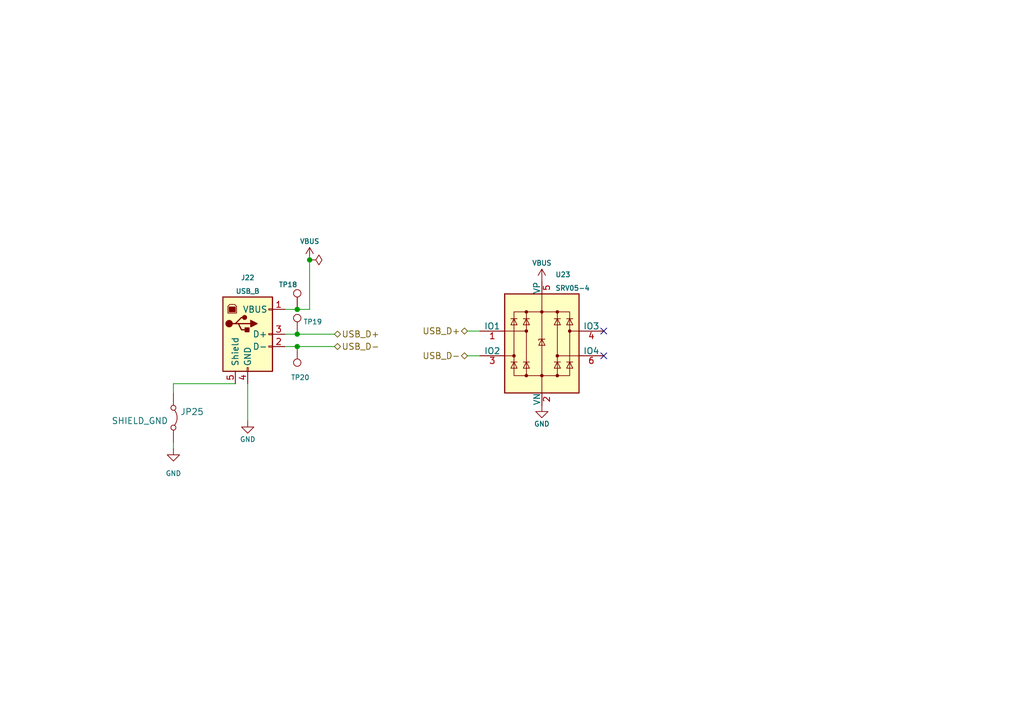
<source format=kicad_sch>
(kicad_sch
	(version 20231120)
	(generator "eeschema")
	(generator_version "8.0")
	(uuid "845f389f-ac5c-4af4-aa4f-3b1355707a5f")
	(paper "A5")
	(title_block
		(title "LumenPnP Motherboard")
		(date "2023-07-30")
		(rev "005")
		(company "Opulo")
		(comment 1 "USB")
	)
	(lib_symbols
		(symbol "Connector:TestPoint"
			(pin_numbers hide)
			(pin_names
				(offset 0.762) hide)
			(exclude_from_sim no)
			(in_bom yes)
			(on_board yes)
			(property "Reference" "TP"
				(at 0 6.858 0)
				(effects
					(font
						(size 1.27 1.27)
					)
				)
			)
			(property "Value" "TestPoint"
				(at 0 5.08 0)
				(effects
					(font
						(size 1.27 1.27)
					)
				)
			)
			(property "Footprint" ""
				(at 5.08 0 0)
				(effects
					(font
						(size 1.27 1.27)
					)
					(hide yes)
				)
			)
			(property "Datasheet" "~"
				(at 5.08 0 0)
				(effects
					(font
						(size 1.27 1.27)
					)
					(hide yes)
				)
			)
			(property "Description" "test point"
				(at 0 0 0)
				(effects
					(font
						(size 1.27 1.27)
					)
					(hide yes)
				)
			)
			(property "ki_keywords" "test point tp"
				(at 0 0 0)
				(effects
					(font
						(size 1.27 1.27)
					)
					(hide yes)
				)
			)
			(property "ki_fp_filters" "Pin* Test*"
				(at 0 0 0)
				(effects
					(font
						(size 1.27 1.27)
					)
					(hide yes)
				)
			)
			(symbol "TestPoint_0_1"
				(circle
					(center 0 3.302)
					(radius 0.762)
					(stroke
						(width 0)
						(type default)
					)
					(fill
						(type none)
					)
				)
			)
			(symbol "TestPoint_1_1"
				(pin passive line
					(at 0 0 90)
					(length 2.54)
					(name "1"
						(effects
							(font
								(size 1.27 1.27)
							)
						)
					)
					(number "1"
						(effects
							(font
								(size 1.27 1.27)
							)
						)
					)
				)
			)
		)
		(symbol "Connector:USB_B"
			(pin_names
				(offset 1.016)
			)
			(exclude_from_sim no)
			(in_bom yes)
			(on_board yes)
			(property "Reference" "J"
				(at -5.08 11.43 0)
				(effects
					(font
						(size 1.27 1.27)
					)
					(justify left)
				)
			)
			(property "Value" "USB_B"
				(at -5.08 8.89 0)
				(effects
					(font
						(size 1.27 1.27)
					)
					(justify left)
				)
			)
			(property "Footprint" ""
				(at 3.81 -1.27 0)
				(effects
					(font
						(size 1.27 1.27)
					)
					(hide yes)
				)
			)
			(property "Datasheet" " ~"
				(at 3.81 -1.27 0)
				(effects
					(font
						(size 1.27 1.27)
					)
					(hide yes)
				)
			)
			(property "Description" "USB Type B connector"
				(at 0 0 0)
				(effects
					(font
						(size 1.27 1.27)
					)
					(hide yes)
				)
			)
			(property "ki_keywords" "connector USB"
				(at 0 0 0)
				(effects
					(font
						(size 1.27 1.27)
					)
					(hide yes)
				)
			)
			(property "ki_fp_filters" "USB*"
				(at 0 0 0)
				(effects
					(font
						(size 1.27 1.27)
					)
					(hide yes)
				)
			)
			(symbol "USB_B_0_1"
				(rectangle
					(start -5.08 -7.62)
					(end 5.08 7.62)
					(stroke
						(width 0.254)
						(type default)
					)
					(fill
						(type background)
					)
				)
				(circle
					(center -3.81 2.159)
					(radius 0.635)
					(stroke
						(width 0.254)
						(type default)
					)
					(fill
						(type outline)
					)
				)
				(rectangle
					(start -3.81 5.588)
					(end -2.54 4.572)
					(stroke
						(width 0)
						(type default)
					)
					(fill
						(type outline)
					)
				)
				(circle
					(center -0.635 3.429)
					(radius 0.381)
					(stroke
						(width 0.254)
						(type default)
					)
					(fill
						(type outline)
					)
				)
				(rectangle
					(start -0.127 -7.62)
					(end 0.127 -6.858)
					(stroke
						(width 0)
						(type default)
					)
					(fill
						(type none)
					)
				)
				(polyline
					(pts
						(xy -1.905 2.159) (xy 0.635 2.159)
					)
					(stroke
						(width 0.254)
						(type default)
					)
					(fill
						(type none)
					)
				)
				(polyline
					(pts
						(xy -3.175 2.159) (xy -2.54 2.159) (xy -1.27 3.429) (xy -0.635 3.429)
					)
					(stroke
						(width 0.254)
						(type default)
					)
					(fill
						(type none)
					)
				)
				(polyline
					(pts
						(xy -2.54 2.159) (xy -1.905 2.159) (xy -1.27 0.889) (xy 0 0.889)
					)
					(stroke
						(width 0.254)
						(type default)
					)
					(fill
						(type none)
					)
				)
				(polyline
					(pts
						(xy 0.635 2.794) (xy 0.635 1.524) (xy 1.905 2.159) (xy 0.635 2.794)
					)
					(stroke
						(width 0.254)
						(type default)
					)
					(fill
						(type outline)
					)
				)
				(polyline
					(pts
						(xy -4.064 4.318) (xy -2.286 4.318) (xy -2.286 5.715) (xy -2.667 6.096) (xy -3.683 6.096) (xy -4.064 5.715)
						(xy -4.064 4.318)
					)
					(stroke
						(width 0)
						(type default)
					)
					(fill
						(type none)
					)
				)
				(rectangle
					(start 0.254 1.27)
					(end -0.508 0.508)
					(stroke
						(width 0.254)
						(type default)
					)
					(fill
						(type outline)
					)
				)
				(rectangle
					(start 5.08 -2.667)
					(end 4.318 -2.413)
					(stroke
						(width 0)
						(type default)
					)
					(fill
						(type none)
					)
				)
				(rectangle
					(start 5.08 -0.127)
					(end 4.318 0.127)
					(stroke
						(width 0)
						(type default)
					)
					(fill
						(type none)
					)
				)
				(rectangle
					(start 5.08 4.953)
					(end 4.318 5.207)
					(stroke
						(width 0)
						(type default)
					)
					(fill
						(type none)
					)
				)
			)
			(symbol "USB_B_1_1"
				(pin power_out line
					(at 7.62 5.08 180)
					(length 2.54)
					(name "VBUS"
						(effects
							(font
								(size 1.27 1.27)
							)
						)
					)
					(number "1"
						(effects
							(font
								(size 1.27 1.27)
							)
						)
					)
				)
				(pin bidirectional line
					(at 7.62 -2.54 180)
					(length 2.54)
					(name "D-"
						(effects
							(font
								(size 1.27 1.27)
							)
						)
					)
					(number "2"
						(effects
							(font
								(size 1.27 1.27)
							)
						)
					)
				)
				(pin bidirectional line
					(at 7.62 0 180)
					(length 2.54)
					(name "D+"
						(effects
							(font
								(size 1.27 1.27)
							)
						)
					)
					(number "3"
						(effects
							(font
								(size 1.27 1.27)
							)
						)
					)
				)
				(pin power_out line
					(at 0 -10.16 90)
					(length 2.54)
					(name "GND"
						(effects
							(font
								(size 1.27 1.27)
							)
						)
					)
					(number "4"
						(effects
							(font
								(size 1.27 1.27)
							)
						)
					)
				)
				(pin passive line
					(at -2.54 -10.16 90)
					(length 2.54)
					(name "Shield"
						(effects
							(font
								(size 1.27 1.27)
							)
						)
					)
					(number "5"
						(effects
							(font
								(size 1.27 1.27)
							)
						)
					)
				)
			)
		)
		(symbol "Jumper:Jumper_2_Bridged"
			(pin_numbers hide)
			(pin_names
				(offset 0) hide)
			(exclude_from_sim yes)
			(in_bom yes)
			(on_board yes)
			(property "Reference" "JP"
				(at 0 1.905 0)
				(effects
					(font
						(size 1.27 1.27)
					)
				)
			)
			(property "Value" "Jumper_2_Bridged"
				(at 0 -2.54 0)
				(effects
					(font
						(size 1.27 1.27)
					)
				)
			)
			(property "Footprint" ""
				(at 0 0 0)
				(effects
					(font
						(size 1.27 1.27)
					)
					(hide yes)
				)
			)
			(property "Datasheet" "~"
				(at 0 0 0)
				(effects
					(font
						(size 1.27 1.27)
					)
					(hide yes)
				)
			)
			(property "Description" "Jumper, 2-pole, closed/bridged"
				(at 0 0 0)
				(effects
					(font
						(size 1.27 1.27)
					)
					(hide yes)
				)
			)
			(property "ki_keywords" "Jumper SPST"
				(at 0 0 0)
				(effects
					(font
						(size 1.27 1.27)
					)
					(hide yes)
				)
			)
			(property "ki_fp_filters" "Jumper* TestPoint*2Pads* TestPoint*Bridge*"
				(at 0 0 0)
				(effects
					(font
						(size 1.27 1.27)
					)
					(hide yes)
				)
			)
			(symbol "Jumper_2_Bridged_0_0"
				(circle
					(center -2.032 0)
					(radius 0.508)
					(stroke
						(width 0)
						(type default)
					)
					(fill
						(type none)
					)
				)
				(circle
					(center 2.032 0)
					(radius 0.508)
					(stroke
						(width 0)
						(type default)
					)
					(fill
						(type none)
					)
				)
			)
			(symbol "Jumper_2_Bridged_0_1"
				(arc
					(start 1.524 0.254)
					(mid 0 0.762)
					(end -1.524 0.254)
					(stroke
						(width 0)
						(type default)
					)
					(fill
						(type none)
					)
				)
			)
			(symbol "Jumper_2_Bridged_1_1"
				(pin passive line
					(at -5.08 0 0)
					(length 2.54)
					(name "A"
						(effects
							(font
								(size 1.27 1.27)
							)
						)
					)
					(number "1"
						(effects
							(font
								(size 1.27 1.27)
							)
						)
					)
				)
				(pin passive line
					(at 5.08 0 180)
					(length 2.54)
					(name "B"
						(effects
							(font
								(size 1.27 1.27)
							)
						)
					)
					(number "2"
						(effects
							(font
								(size 1.27 1.27)
							)
						)
					)
				)
			)
		)
		(symbol "Power_Protection:SRV05-4"
			(pin_names
				(offset 0)
			)
			(exclude_from_sim no)
			(in_bom yes)
			(on_board yes)
			(property "Reference" "U"
				(at -5.08 11.43 0)
				(effects
					(font
						(size 1.27 1.27)
					)
					(justify right)
				)
			)
			(property "Value" "SRV05-4"
				(at 2.54 11.43 0)
				(effects
					(font
						(size 1.27 1.27)
					)
					(justify left)
				)
			)
			(property "Footprint" "Package_TO_SOT_SMD:SOT-23-6"
				(at 17.78 -11.43 0)
				(effects
					(font
						(size 1.27 1.27)
					)
					(hide yes)
				)
			)
			(property "Datasheet" "http://www.onsemi.com/pub/Collateral/SRV05-4-D.PDF"
				(at 0 0 0)
				(effects
					(font
						(size 1.27 1.27)
					)
					(hide yes)
				)
			)
			(property "Description" "ESD Protection Diodes with Low Clamping Voltage, SOT-23-6"
				(at 0 0 0)
				(effects
					(font
						(size 1.27 1.27)
					)
					(hide yes)
				)
			)
			(property "ki_keywords" "ESD protection diodes"
				(at 0 0 0)
				(effects
					(font
						(size 1.27 1.27)
					)
					(hide yes)
				)
			)
			(property "ki_fp_filters" "SOT?23*"
				(at 0 0 0)
				(effects
					(font
						(size 1.27 1.27)
					)
					(hide yes)
				)
			)
			(symbol "SRV05-4_0_0"
				(rectangle
					(start -5.715 6.477)
					(end 5.715 -6.604)
					(stroke
						(width 0)
						(type default)
					)
					(fill
						(type none)
					)
				)
				(polyline
					(pts
						(xy -3.175 -6.604) (xy -3.175 6.477)
					)
					(stroke
						(width 0)
						(type default)
					)
					(fill
						(type none)
					)
				)
				(polyline
					(pts
						(xy 3.175 6.477) (xy 3.175 -6.604)
					)
					(stroke
						(width 0)
						(type default)
					)
					(fill
						(type none)
					)
				)
			)
			(symbol "SRV05-4_0_1"
				(rectangle
					(start -7.62 10.16)
					(end 7.62 -10.16)
					(stroke
						(width 0.254)
						(type default)
					)
					(fill
						(type background)
					)
				)
				(circle
					(center -5.715 -2.54)
					(radius 0.2794)
					(stroke
						(width 0)
						(type default)
					)
					(fill
						(type outline)
					)
				)
				(circle
					(center -3.175 -6.604)
					(radius 0.2794)
					(stroke
						(width 0)
						(type default)
					)
					(fill
						(type outline)
					)
				)
				(circle
					(center -3.175 2.54)
					(radius 0.2794)
					(stroke
						(width 0)
						(type default)
					)
					(fill
						(type outline)
					)
				)
				(circle
					(center -3.175 6.477)
					(radius 0.2794)
					(stroke
						(width 0)
						(type default)
					)
					(fill
						(type outline)
					)
				)
				(circle
					(center 0 -6.604)
					(radius 0.2794)
					(stroke
						(width 0)
						(type default)
					)
					(fill
						(type outline)
					)
				)
				(polyline
					(pts
						(xy -7.747 2.54) (xy -3.175 2.54)
					)
					(stroke
						(width 0)
						(type default)
					)
					(fill
						(type none)
					)
				)
				(polyline
					(pts
						(xy -7.62 -2.54) (xy -5.715 -2.54)
					)
					(stroke
						(width 0)
						(type default)
					)
					(fill
						(type none)
					)
				)
				(polyline
					(pts
						(xy -5.08 -3.81) (xy -6.35 -3.81)
					)
					(stroke
						(width 0)
						(type default)
					)
					(fill
						(type none)
					)
				)
				(polyline
					(pts
						(xy -5.08 5.08) (xy -6.35 5.08)
					)
					(stroke
						(width 0)
						(type default)
					)
					(fill
						(type none)
					)
				)
				(polyline
					(pts
						(xy -2.54 -3.81) (xy -3.81 -3.81)
					)
					(stroke
						(width 0)
						(type default)
					)
					(fill
						(type none)
					)
				)
				(polyline
					(pts
						(xy -2.54 5.08) (xy -3.81 5.08)
					)
					(stroke
						(width 0)
						(type default)
					)
					(fill
						(type none)
					)
				)
				(polyline
					(pts
						(xy 0 10.16) (xy 0 -10.16)
					)
					(stroke
						(width 0)
						(type default)
					)
					(fill
						(type none)
					)
				)
				(polyline
					(pts
						(xy 3.81 -3.81) (xy 2.54 -3.81)
					)
					(stroke
						(width 0)
						(type default)
					)
					(fill
						(type none)
					)
				)
				(polyline
					(pts
						(xy 3.81 5.08) (xy 2.54 5.08)
					)
					(stroke
						(width 0)
						(type default)
					)
					(fill
						(type none)
					)
				)
				(polyline
					(pts
						(xy 6.35 -3.81) (xy 5.08 -3.81)
					)
					(stroke
						(width 0)
						(type default)
					)
					(fill
						(type none)
					)
				)
				(polyline
					(pts
						(xy 6.35 5.08) (xy 5.08 5.08)
					)
					(stroke
						(width 0)
						(type default)
					)
					(fill
						(type none)
					)
				)
				(polyline
					(pts
						(xy 7.62 -2.54) (xy 3.175 -2.54)
					)
					(stroke
						(width 0)
						(type default)
					)
					(fill
						(type none)
					)
				)
				(polyline
					(pts
						(xy 7.62 2.54) (xy 5.715 2.54)
					)
					(stroke
						(width 0)
						(type default)
					)
					(fill
						(type none)
					)
				)
				(polyline
					(pts
						(xy 0.635 0.889) (xy -0.635 0.889) (xy -0.635 0.635)
					)
					(stroke
						(width 0)
						(type default)
					)
					(fill
						(type none)
					)
				)
				(polyline
					(pts
						(xy -5.08 -5.08) (xy -6.35 -5.08) (xy -5.715 -3.81) (xy -5.08 -5.08)
					)
					(stroke
						(width 0)
						(type default)
					)
					(fill
						(type none)
					)
				)
				(polyline
					(pts
						(xy -5.08 3.81) (xy -6.35 3.81) (xy -5.715 5.08) (xy -5.08 3.81)
					)
					(stroke
						(width 0)
						(type default)
					)
					(fill
						(type none)
					)
				)
				(polyline
					(pts
						(xy -2.54 -5.08) (xy -3.81 -5.08) (xy -3.175 -3.81) (xy -2.54 -5.08)
					)
					(stroke
						(width 0)
						(type default)
					)
					(fill
						(type none)
					)
				)
				(polyline
					(pts
						(xy -2.54 3.81) (xy -3.81 3.81) (xy -3.175 5.08) (xy -2.54 3.81)
					)
					(stroke
						(width 0)
						(type default)
					)
					(fill
						(type none)
					)
				)
				(polyline
					(pts
						(xy 0.635 -0.381) (xy -0.635 -0.381) (xy 0 0.889) (xy 0.635 -0.381)
					)
					(stroke
						(width 0)
						(type default)
					)
					(fill
						(type none)
					)
				)
				(polyline
					(pts
						(xy 3.81 -5.08) (xy 2.54 -5.08) (xy 3.175 -3.81) (xy 3.81 -5.08)
					)
					(stroke
						(width 0)
						(type default)
					)
					(fill
						(type none)
					)
				)
				(polyline
					(pts
						(xy 3.81 3.81) (xy 2.54 3.81) (xy 3.175 5.08) (xy 3.81 3.81)
					)
					(stroke
						(width 0)
						(type default)
					)
					(fill
						(type none)
					)
				)
				(polyline
					(pts
						(xy 6.35 -5.08) (xy 5.08 -5.08) (xy 5.715 -3.81) (xy 6.35 -5.08)
					)
					(stroke
						(width 0)
						(type default)
					)
					(fill
						(type none)
					)
				)
				(polyline
					(pts
						(xy 6.35 3.81) (xy 5.08 3.81) (xy 5.715 5.08) (xy 6.35 3.81)
					)
					(stroke
						(width 0)
						(type default)
					)
					(fill
						(type none)
					)
				)
				(circle
					(center 0 6.477)
					(radius 0.2794)
					(stroke
						(width 0)
						(type default)
					)
					(fill
						(type outline)
					)
				)
				(circle
					(center 3.175 -6.604)
					(radius 0.2794)
					(stroke
						(width 0)
						(type default)
					)
					(fill
						(type outline)
					)
				)
				(circle
					(center 3.175 -2.54)
					(radius 0.2794)
					(stroke
						(width 0)
						(type default)
					)
					(fill
						(type outline)
					)
				)
				(circle
					(center 3.175 6.477)
					(radius 0.2794)
					(stroke
						(width 0)
						(type default)
					)
					(fill
						(type outline)
					)
				)
				(circle
					(center 5.715 2.54)
					(radius 0.2794)
					(stroke
						(width 0)
						(type default)
					)
					(fill
						(type outline)
					)
				)
			)
			(symbol "SRV05-4_1_1"
				(pin passive line
					(at -12.7 2.54 0)
					(length 5.08)
					(name "IO1"
						(effects
							(font
								(size 1.27 1.27)
							)
						)
					)
					(number "1"
						(effects
							(font
								(size 1.27 1.27)
							)
						)
					)
				)
				(pin passive line
					(at 0 -12.7 90)
					(length 2.54)
					(name "VN"
						(effects
							(font
								(size 1.27 1.27)
							)
						)
					)
					(number "2"
						(effects
							(font
								(size 1.27 1.27)
							)
						)
					)
				)
				(pin passive line
					(at -12.7 -2.54 0)
					(length 5.08)
					(name "IO2"
						(effects
							(font
								(size 1.27 1.27)
							)
						)
					)
					(number "3"
						(effects
							(font
								(size 1.27 1.27)
							)
						)
					)
				)
				(pin passive line
					(at 12.7 2.54 180)
					(length 5.08)
					(name "IO3"
						(effects
							(font
								(size 1.27 1.27)
							)
						)
					)
					(number "4"
						(effects
							(font
								(size 1.27 1.27)
							)
						)
					)
				)
				(pin passive line
					(at 0 12.7 270)
					(length 2.54)
					(name "VP"
						(effects
							(font
								(size 1.27 1.27)
							)
						)
					)
					(number "5"
						(effects
							(font
								(size 1.27 1.27)
							)
						)
					)
				)
				(pin passive line
					(at 12.7 -2.54 180)
					(length 5.08)
					(name "IO4"
						(effects
							(font
								(size 1.27 1.27)
							)
						)
					)
					(number "6"
						(effects
							(font
								(size 1.27 1.27)
							)
						)
					)
				)
			)
		)
		(symbol "power:GND"
			(power)
			(pin_numbers hide)
			(pin_names
				(offset 0) hide)
			(exclude_from_sim no)
			(in_bom yes)
			(on_board yes)
			(property "Reference" "#PWR"
				(at 0 -6.35 0)
				(effects
					(font
						(size 1.27 1.27)
					)
					(hide yes)
				)
			)
			(property "Value" "GND"
				(at 0 -3.81 0)
				(effects
					(font
						(size 1.27 1.27)
					)
				)
			)
			(property "Footprint" ""
				(at 0 0 0)
				(effects
					(font
						(size 1.27 1.27)
					)
					(hide yes)
				)
			)
			(property "Datasheet" ""
				(at 0 0 0)
				(effects
					(font
						(size 1.27 1.27)
					)
					(hide yes)
				)
			)
			(property "Description" "Power symbol creates a global label with name \"GND\" , ground"
				(at 0 0 0)
				(effects
					(font
						(size 1.27 1.27)
					)
					(hide yes)
				)
			)
			(property "ki_keywords" "global power"
				(at 0 0 0)
				(effects
					(font
						(size 1.27 1.27)
					)
					(hide yes)
				)
			)
			(symbol "GND_0_1"
				(polyline
					(pts
						(xy 0 0) (xy 0 -1.27) (xy 1.27 -1.27) (xy 0 -2.54) (xy -1.27 -1.27) (xy 0 -1.27)
					)
					(stroke
						(width 0)
						(type default)
					)
					(fill
						(type none)
					)
				)
			)
			(symbol "GND_1_1"
				(pin power_in line
					(at 0 0 270)
					(length 0)
					(name "~"
						(effects
							(font
								(size 1.27 1.27)
							)
						)
					)
					(number "1"
						(effects
							(font
								(size 1.27 1.27)
							)
						)
					)
				)
			)
		)
		(symbol "power:PWR_FLAG"
			(power)
			(pin_numbers hide)
			(pin_names
				(offset 0) hide)
			(exclude_from_sim no)
			(in_bom yes)
			(on_board yes)
			(property "Reference" "#FLG"
				(at 0 1.905 0)
				(effects
					(font
						(size 1.27 1.27)
					)
					(hide yes)
				)
			)
			(property "Value" "PWR_FLAG"
				(at 0 3.81 0)
				(effects
					(font
						(size 1.27 1.27)
					)
				)
			)
			(property "Footprint" ""
				(at 0 0 0)
				(effects
					(font
						(size 1.27 1.27)
					)
					(hide yes)
				)
			)
			(property "Datasheet" "~"
				(at 0 0 0)
				(effects
					(font
						(size 1.27 1.27)
					)
					(hide yes)
				)
			)
			(property "Description" "Special symbol for telling ERC where power comes from"
				(at 0 0 0)
				(effects
					(font
						(size 1.27 1.27)
					)
					(hide yes)
				)
			)
			(property "ki_keywords" "flag power"
				(at 0 0 0)
				(effects
					(font
						(size 1.27 1.27)
					)
					(hide yes)
				)
			)
			(symbol "PWR_FLAG_0_0"
				(pin power_out line
					(at 0 0 90)
					(length 0)
					(name "~"
						(effects
							(font
								(size 1.27 1.27)
							)
						)
					)
					(number "1"
						(effects
							(font
								(size 1.27 1.27)
							)
						)
					)
				)
			)
			(symbol "PWR_FLAG_0_1"
				(polyline
					(pts
						(xy 0 0) (xy 0 1.27) (xy -1.016 1.905) (xy 0 2.54) (xy 1.016 1.905) (xy 0 1.27)
					)
					(stroke
						(width 0)
						(type default)
					)
					(fill
						(type none)
					)
				)
			)
		)
		(symbol "power:VBUS"
			(power)
			(pin_numbers hide)
			(pin_names
				(offset 0) hide)
			(exclude_from_sim no)
			(in_bom yes)
			(on_board yes)
			(property "Reference" "#PWR"
				(at 0 -3.81 0)
				(effects
					(font
						(size 1.27 1.27)
					)
					(hide yes)
				)
			)
			(property "Value" "VBUS"
				(at 0 3.556 0)
				(effects
					(font
						(size 1.27 1.27)
					)
				)
			)
			(property "Footprint" ""
				(at 0 0 0)
				(effects
					(font
						(size 1.27 1.27)
					)
					(hide yes)
				)
			)
			(property "Datasheet" ""
				(at 0 0 0)
				(effects
					(font
						(size 1.27 1.27)
					)
					(hide yes)
				)
			)
			(property "Description" "Power symbol creates a global label with name \"VBUS\""
				(at 0 0 0)
				(effects
					(font
						(size 1.27 1.27)
					)
					(hide yes)
				)
			)
			(property "ki_keywords" "global power"
				(at 0 0 0)
				(effects
					(font
						(size 1.27 1.27)
					)
					(hide yes)
				)
			)
			(symbol "VBUS_0_1"
				(polyline
					(pts
						(xy -0.762 1.27) (xy 0 2.54)
					)
					(stroke
						(width 0)
						(type default)
					)
					(fill
						(type none)
					)
				)
				(polyline
					(pts
						(xy 0 0) (xy 0 2.54)
					)
					(stroke
						(width 0)
						(type default)
					)
					(fill
						(type none)
					)
				)
				(polyline
					(pts
						(xy 0 2.54) (xy 0.762 1.27)
					)
					(stroke
						(width 0)
						(type default)
					)
					(fill
						(type none)
					)
				)
			)
			(symbol "VBUS_1_1"
				(pin power_in line
					(at 0 0 90)
					(length 0)
					(name "~"
						(effects
							(font
								(size 1.27 1.27)
							)
						)
					)
					(number "1"
						(effects
							(font
								(size 1.27 1.27)
							)
						)
					)
				)
			)
		)
	)
	(junction
		(at 60.96 63.5)
		(diameter 0)
		(color 0 0 0 0)
		(uuid "13f0847d-d063-48df-95d2-5b3d3dda8a02")
	)
	(junction
		(at 63.5 53.34)
		(diameter 0)
		(color 0 0 0 0)
		(uuid "a680a24e-85ee-48b4-b7be-e2d03a13597d")
	)
	(junction
		(at 60.96 71.12)
		(diameter 0)
		(color 0 0 0 0)
		(uuid "dee44c2f-02a5-46ba-8cfd-d587c6094bed")
	)
	(junction
		(at 60.96 68.58)
		(diameter 0)
		(color 0 0 0 0)
		(uuid "f1f430e0-a51a-4ec6-a611-96d4f7f90624")
	)
	(no_connect
		(at 123.825 67.945)
		(uuid "64598ae8-eafe-4eb4-9fbf-90abaf9cd6fe")
	)
	(no_connect
		(at 123.825 73.025)
		(uuid "66f268c7-2639-4670-a43c-92be6b96fef7")
	)
	(wire
		(pts
			(xy 35.56 92.075) (xy 35.56 90.805)
		)
		(stroke
			(width 0)
			(type default)
		)
		(uuid "0e3d5eda-a9ad-4e3c-886e-0321fd9cc600")
	)
	(wire
		(pts
			(xy 60.96 71.12) (xy 58.42 71.12)
		)
		(stroke
			(width 0)
			(type default)
		)
		(uuid "69d6dd5f-09b0-4b85-b863-6514c14a35ab")
	)
	(wire
		(pts
			(xy 58.42 63.5) (xy 60.96 63.5)
		)
		(stroke
			(width 0)
			(type default)
		)
		(uuid "77fffd31-9a77-4d0b-a5c7-88aa02e1b628")
	)
	(wire
		(pts
			(xy 60.96 63.5) (xy 63.5 63.5)
		)
		(stroke
			(width 0)
			(type default)
		)
		(uuid "8630f847-b3b1-4eaa-9a19-6c873cdc4b9f")
	)
	(wire
		(pts
			(xy 95.885 73.025) (xy 98.425 73.025)
		)
		(stroke
			(width 0)
			(type default)
		)
		(uuid "8c6ee7dc-1451-4a7c-ab66-80b0aa78d674")
	)
	(wire
		(pts
			(xy 60.96 68.58) (xy 68.58 68.58)
		)
		(stroke
			(width 0)
			(type default)
		)
		(uuid "9141f623-dcdc-4ed5-82fb-5395f456ab81")
	)
	(wire
		(pts
			(xy 48.26 78.74) (xy 35.56 78.74)
		)
		(stroke
			(width 0)
			(type default)
		)
		(uuid "c7291c24-0f4a-4ebf-9134-d66c25aa948b")
	)
	(wire
		(pts
			(xy 60.96 68.58) (xy 58.42 68.58)
		)
		(stroke
			(width 0)
			(type default)
		)
		(uuid "d3479add-f975-426a-8be1-3aed2eae218b")
	)
	(wire
		(pts
			(xy 95.885 67.945) (xy 98.425 67.945)
		)
		(stroke
			(width 0)
			(type default)
		)
		(uuid "d473c506-78aa-4ee1-8662-487a6c141768")
	)
	(wire
		(pts
			(xy 35.56 78.74) (xy 35.56 80.645)
		)
		(stroke
			(width 0)
			(type default)
		)
		(uuid "d6fad07b-2fe0-49d9-b67b-ff2e80d72f9d")
	)
	(wire
		(pts
			(xy 63.5 53.34) (xy 63.5 63.5)
		)
		(stroke
			(width 0)
			(type default)
		)
		(uuid "d8e2607f-ea78-4dfc-8cc5-0536dfdce7c6")
	)
	(wire
		(pts
			(xy 60.96 71.12) (xy 68.58 71.12)
		)
		(stroke
			(width 0)
			(type default)
		)
		(uuid "f282635d-1043-4218-839e-ab883576de79")
	)
	(wire
		(pts
			(xy 50.8 78.74) (xy 50.8 86.36)
		)
		(stroke
			(width 0)
			(type default)
		)
		(uuid "f81e418f-1302-49f2-900b-6045083796fe")
	)
	(hierarchical_label "USB_D-"
		(shape bidirectional)
		(at 95.885 73.025 180)
		(fields_autoplaced yes)
		(effects
			(font
				(size 1.27 1.27)
			)
			(justify right)
		)
		(uuid "1bdab331-ccc4-4e58-a408-7d801cf57b30")
	)
	(hierarchical_label "USB_D+"
		(shape bidirectional)
		(at 68.58 68.58 0)
		(fields_autoplaced yes)
		(effects
			(font
				(size 1.27 1.27)
			)
			(justify left)
		)
		(uuid "8aac497d-6d5c-46a9-b637-6a1f1d0179b2")
	)
	(hierarchical_label "USB_D-"
		(shape bidirectional)
		(at 68.58 71.12 0)
		(fields_autoplaced yes)
		(effects
			(font
				(size 1.27 1.27)
			)
			(justify left)
		)
		(uuid "a4c3ecda-b296-44fa-8d6a-e4928a23ba9f")
	)
	(hierarchical_label "USB_D+"
		(shape bidirectional)
		(at 95.885 67.945 180)
		(fields_autoplaced yes)
		(effects
			(font
				(size 1.27 1.27)
			)
			(justify right)
		)
		(uuid "dba71a59-58bf-454f-af8e-d241235e76be")
	)
	(symbol
		(lib_id "Connector:TestPoint")
		(at 60.96 71.12 180)
		(unit 1)
		(exclude_from_sim no)
		(in_bom yes)
		(on_board yes)
		(dnp no)
		(uuid "00000000-0000-0000-0000-00006105f770")
		(property "Reference" "TP20"
			(at 63.5 77.47 0)
			(effects
				(font
					(size 1 1)
				)
				(justify left)
			)
		)
		(property "Value" "TestPoint"
			(at 59.69 76.2 90)
			(effects
				(font
					(size 1 1)
				)
				(justify left)
				(hide yes)
			)
		)
		(property "Footprint" "TestPoint:TestPoint_Pad_D2.0mm"
			(at 55.88 71.12 0)
			(effects
				(font
					(size 1.27 1.27)
				)
				(hide yes)
			)
		)
		(property "Datasheet" "~"
			(at 55.88 71.12 0)
			(effects
				(font
					(size 1.27 1.27)
				)
				(hide yes)
			)
		)
		(property "Description" "test point"
			(at 60.96 71.12 0)
			(effects
				(font
					(size 1.27 1.27)
				)
				(hide yes)
			)
		)
		(pin "1"
			(uuid "d1c22ded-83c4-49ef-bcf9-26c39a2114e9")
		)
		(instances
			(project "mobo"
				(path "/7255cbd1-8d38-4545-be9a-7fc5488ef942/00000000-0000-0000-0000-00005eb0c6b9"
					(reference "TP20")
					(unit 1)
				)
			)
		)
	)
	(symbol
		(lib_id "Connector:TestPoint")
		(at 60.96 68.58 0)
		(unit 1)
		(exclude_from_sim no)
		(in_bom yes)
		(on_board yes)
		(dnp no)
		(uuid "00000000-0000-0000-0000-00006106a034")
		(property "Reference" "TP19"
			(at 62.23 66.04 0)
			(effects
				(font
					(size 1 1)
				)
				(justify left)
			)
		)
		(property "Value" "TestPoint"
			(at 62.23 63.5 90)
			(effects
				(font
					(size 1 1)
				)
				(justify left)
				(hide yes)
			)
		)
		(property "Footprint" "TestPoint:TestPoint_Pad_D2.0mm"
			(at 66.04 68.58 0)
			(effects
				(font
					(size 1.27 1.27)
				)
				(hide yes)
			)
		)
		(property "Datasheet" "~"
			(at 66.04 68.58 0)
			(effects
				(font
					(size 1.27 1.27)
				)
				(hide yes)
			)
		)
		(property "Description" "test point"
			(at 60.96 68.58 0)
			(effects
				(font
					(size 1.27 1.27)
				)
				(hide yes)
			)
		)
		(pin "1"
			(uuid "ab14bfbe-8afb-4ed4-b952-b51edcc2558a")
		)
		(instances
			(project "mobo"
				(path "/7255cbd1-8d38-4545-be9a-7fc5488ef942/00000000-0000-0000-0000-00005eb0c6b9"
					(reference "TP19")
					(unit 1)
				)
			)
		)
	)
	(symbol
		(lib_id "power:GND")
		(at 111.125 83.185 0)
		(mirror y)
		(unit 1)
		(exclude_from_sim no)
		(in_bom yes)
		(on_board yes)
		(dnp no)
		(uuid "005c70b6-571d-40e3-aa49-8889991ead80")
		(property "Reference" "#PWR0205"
			(at 111.125 89.535 0)
			(effects
				(font
					(size 1 1)
				)
				(hide yes)
			)
		)
		(property "Value" "GND"
			(at 111.125 86.995 0)
			(effects
				(font
					(size 1 1)
				)
			)
		)
		(property "Footprint" ""
			(at 111.125 83.185 0)
			(effects
				(font
					(size 1 1)
					(color 223 129 255 1)
				)
				(hide yes)
			)
		)
		(property "Datasheet" ""
			(at 111.125 83.185 0)
			(effects
				(font
					(size 1 1)
					(color 223 129 255 1)
				)
				(hide yes)
			)
		)
		(property "Description" "Power symbol creates a global label with name \"GND\" , ground"
			(at 111.125 83.185 0)
			(effects
				(font
					(size 1.27 1.27)
				)
				(hide yes)
			)
		)
		(pin "1"
			(uuid "30f56c79-29ad-4abf-8b2a-0d4195fb375e")
		)
		(instances
			(project "mobo"
				(path "/7255cbd1-8d38-4545-be9a-7fc5488ef942/00000000-0000-0000-0000-00005eb0c6b9"
					(reference "#PWR0205")
					(unit 1)
				)
			)
		)
	)
	(symbol
		(lib_id "power:GND")
		(at 50.8 86.36 0)
		(mirror y)
		(unit 1)
		(exclude_from_sim no)
		(in_bom yes)
		(on_board yes)
		(dnp no)
		(uuid "0df8c290-3317-49a3-883e-7b3eee003685")
		(property "Reference" "#PWR0206"
			(at 50.8 92.71 0)
			(effects
				(font
					(size 1 1)
				)
				(hide yes)
			)
		)
		(property "Value" "GND"
			(at 50.8 90.17 0)
			(effects
				(font
					(size 1 1)
				)
			)
		)
		(property "Footprint" ""
			(at 50.8 86.36 0)
			(effects
				(font
					(size 1 1)
					(color 223 129 255 1)
				)
				(hide yes)
			)
		)
		(property "Datasheet" ""
			(at 50.8 86.36 0)
			(effects
				(font
					(size 1 1)
					(color 223 129 255 1)
				)
				(hide yes)
			)
		)
		(property "Description" "Power symbol creates a global label with name \"GND\" , ground"
			(at 50.8 86.36 0)
			(effects
				(font
					(size 1.27 1.27)
				)
				(hide yes)
			)
		)
		(pin "1"
			(uuid "26633b99-4ca9-4e8e-9431-d0b8e7a7d0ad")
		)
		(instances
			(project "mobo"
				(path "/7255cbd1-8d38-4545-be9a-7fc5488ef942/00000000-0000-0000-0000-00005eb0c6b9"
					(reference "#PWR0206")
					(unit 1)
				)
			)
		)
	)
	(symbol
		(lib_id "power:PWR_FLAG")
		(at 63.5 53.34 270)
		(unit 1)
		(exclude_from_sim no)
		(in_bom yes)
		(on_board yes)
		(dnp no)
		(fields_autoplaced yes)
		(uuid "177f1913-28f9-45e4-8edd-f2a79adb3f9d")
		(property "Reference" "#FLG017"
			(at 65.405 53.34 0)
			(effects
				(font
					(size 1 1)
				)
				(hide yes)
			)
		)
		(property "Value" "PWR_FLAG"
			(at 67.31 53.34 90)
			(effects
				(font
					(size 1 1)
				)
				(justify left)
				(hide yes)
			)
		)
		(property "Footprint" ""
			(at 63.5 53.34 0)
			(effects
				(font
					(size 1 1)
					(color 223 129 255 1)
				)
				(hide yes)
			)
		)
		(property "Datasheet" "~"
			(at 63.5 53.34 0)
			(effects
				(font
					(size 1 1)
					(color 223 129 255 1)
				)
				(hide yes)
			)
		)
		(property "Description" "Special symbol for telling ERC where power comes from"
			(at 63.5 53.34 0)
			(effects
				(font
					(size 1.27 1.27)
				)
				(hide yes)
			)
		)
		(pin "1"
			(uuid "dba53e2d-2b5e-4645-8e7e-adce4401b78a")
		)
		(instances
			(project "mobo"
				(path "/7255cbd1-8d38-4545-be9a-7fc5488ef942/00000000-0000-0000-0000-00005eb0c6b9"
					(reference "#FLG017")
					(unit 1)
				)
			)
		)
	)
	(symbol
		(lib_id "Power_Protection:SRV05-4")
		(at 111.125 70.485 0)
		(unit 1)
		(exclude_from_sim no)
		(in_bom yes)
		(on_board yes)
		(dnp no)
		(fields_autoplaced yes)
		(uuid "2b610e4d-fddf-4753-95ec-d0e96e2e5abc")
		(property "Reference" "U23"
			(at 113.8937 56.3585 0)
			(effects
				(font
					(size 1 1)
				)
				(justify left)
			)
		)
		(property "Value" "SRV05-4"
			(at 113.8937 59.1336 0)
			(effects
				(font
					(size 1 1)
				)
				(justify left)
			)
		)
		(property "Footprint" "Package_TO_SOT_SMD:SOT-23-6"
			(at 128.905 81.915 0)
			(effects
				(font
					(size 1 1)
					(color 223 129 255 1)
				)
				(hide yes)
			)
		)
		(property "Datasheet" "http://www.onsemi.com/pub/Collateral/SRV05-4-D.PDF"
			(at 111.125 70.485 0)
			(effects
				(font
					(size 1 1)
					(color 223 129 255 1)
				)
				(hide yes)
			)
		)
		(property "Description" "ESD Protection Diodes with Low Clamping Voltage, SOT-23-6"
			(at 111.125 70.485 0)
			(effects
				(font
					(size 1.27 1.27)
				)
				(hide yes)
			)
		)
		(property "Digikey" "4617-SRV05-4TR-ND"
			(at 111.125 70.485 0)
			(effects
				(font
					(size 1 1)
					(color 223 129 255 1)
				)
				(hide yes)
			)
		)
		(property "Notes" "USB TVS"
			(at 111.125 70.485 0)
			(effects
				(font
					(size 1 1)
					(color 223 129 255 1)
				)
				(hide yes)
			)
		)
		(property "JLCPCB" "C558418"
			(at 111.125 70.485 0)
			(effects
				(font
					(size 1.27 1.27)
				)
				(hide yes)
			)
		)
		(property "LCSC" "C558418"
			(at 111.125 70.485 0)
			(effects
				(font
					(size 1.27 1.27)
				)
				(hide yes)
			)
		)
		(pin "1"
			(uuid "d01e08f9-54aa-4eaa-8692-5ecf0bcca420")
		)
		(pin "2"
			(uuid "3c285394-29a5-41fb-839f-6129e3641062")
		)
		(pin "3"
			(uuid "0f51308e-5d83-4e0c-9a32-46a0fede73bb")
		)
		(pin "4"
			(uuid "0a1a053a-b5ad-4edf-9a82-c40260bdf499")
		)
		(pin "5"
			(uuid "d6c26b17-67ef-4a7a-869c-1f1c6588cf2b")
		)
		(pin "6"
			(uuid "a94846af-3b11-4699-aed6-24a885a78c40")
		)
		(instances
			(project "mobo"
				(path "/7255cbd1-8d38-4545-be9a-7fc5488ef942/00000000-0000-0000-0000-00005eb0c6b9"
					(reference "U23")
					(unit 1)
				)
			)
		)
	)
	(symbol
		(lib_id "Connector:TestPoint")
		(at 60.96 63.5 0)
		(unit 1)
		(exclude_from_sim no)
		(in_bom yes)
		(on_board yes)
		(dnp no)
		(uuid "3ed66aa3-92da-436f-83f3-68eaac91ad32")
		(property "Reference" "TP18"
			(at 57.15 58.42 0)
			(effects
				(font
					(size 1 1)
				)
				(justify left)
			)
		)
		(property "Value" "TestPoint"
			(at 62.23 58.42 90)
			(effects
				(font
					(size 1 1)
				)
				(justify left)
				(hide yes)
			)
		)
		(property "Footprint" "TestPoint:TestPoint_Pad_D2.0mm"
			(at 66.04 63.5 0)
			(effects
				(font
					(size 1.27 1.27)
				)
				(hide yes)
			)
		)
		(property "Datasheet" "~"
			(at 66.04 63.5 0)
			(effects
				(font
					(size 1.27 1.27)
				)
				(hide yes)
			)
		)
		(property "Description" "test point"
			(at 60.96 63.5 0)
			(effects
				(font
					(size 1.27 1.27)
				)
				(hide yes)
			)
		)
		(pin "1"
			(uuid "f5a3b61a-a639-4be9-8fce-82534cd05881")
		)
		(instances
			(project "mobo"
				(path "/7255cbd1-8d38-4545-be9a-7fc5488ef942/00000000-0000-0000-0000-00005eb0c6b9"
					(reference "TP18")
					(unit 1)
				)
			)
		)
	)
	(symbol
		(lib_id "power:VBUS")
		(at 111.125 57.785 0)
		(unit 1)
		(exclude_from_sim no)
		(in_bom yes)
		(on_board yes)
		(dnp no)
		(uuid "7451ee8b-ab2a-4837-90da-a09ff49a06a1")
		(property "Reference" "#PWR0204"
			(at 111.125 61.595 0)
			(effects
				(font
					(size 1 1)
				)
				(hide yes)
			)
		)
		(property "Value" "VBUS"
			(at 111.125 53.975 0)
			(effects
				(font
					(size 1 1)
				)
			)
		)
		(property "Footprint" ""
			(at 111.125 57.785 0)
			(effects
				(font
					(size 1 1)
					(color 223 129 255 1)
				)
				(hide yes)
			)
		)
		(property "Datasheet" ""
			(at 111.125 57.785 0)
			(effects
				(font
					(size 1 1)
					(color 223 129 255 1)
				)
				(hide yes)
			)
		)
		(property "Description" "Power symbol creates a global label with name \"VBUS\""
			(at 111.125 57.785 0)
			(effects
				(font
					(size 1.27 1.27)
				)
				(hide yes)
			)
		)
		(pin "1"
			(uuid "e1ab62c8-0e0d-4f66-86fd-70d801519b0b")
		)
		(instances
			(project "mobo"
				(path "/7255cbd1-8d38-4545-be9a-7fc5488ef942/00000000-0000-0000-0000-00005eb0c6b9"
					(reference "#PWR0204")
					(unit 1)
				)
			)
		)
	)
	(symbol
		(lib_id "Jumper:Jumper_2_Bridged")
		(at 35.56 85.725 270)
		(unit 1)
		(exclude_from_sim no)
		(in_bom yes)
		(on_board yes)
		(dnp no)
		(uuid "88c50e85-a5a7-47af-ba5e-567605715bd1")
		(property "Reference" "JP25"
			(at 36.957 84.5129 90)
			(effects
				(font
					(size 1.27 1.27)
				)
				(justify left)
			)
		)
		(property "Value" "SHIELD_GND"
			(at 22.86 86.36 90)
			(effects
				(font
					(size 1.27 1.27)
				)
				(justify left)
			)
		)
		(property "Footprint" "Jumper:SolderJumper-2_P1.3mm_Bridged_RoundedPad1.0x1.5mm"
			(at 35.56 85.725 0)
			(effects
				(font
					(size 1.27 1.27)
				)
				(hide yes)
			)
		)
		(property "Datasheet" "~"
			(at 35.56 85.725 0)
			(effects
				(font
					(size 1.27 1.27)
				)
				(hide yes)
			)
		)
		(property "Description" "Jumper, 2-pole, closed/bridged"
			(at 35.56 85.725 0)
			(effects
				(font
					(size 1.27 1.27)
				)
				(hide yes)
			)
		)
		(pin "2"
			(uuid "ba4f7d10-5ccb-443b-9451-4ad75d5db0cc")
		)
		(pin "1"
			(uuid "35639132-be09-40a7-9496-577847849aa8")
		)
		(instances
			(project "mobo"
				(path "/7255cbd1-8d38-4545-be9a-7fc5488ef942/00000000-0000-0000-0000-00005eb0c6b9"
					(reference "JP25")
					(unit 1)
				)
			)
		)
	)
	(symbol
		(lib_id "power:VBUS")
		(at 63.5 53.34 0)
		(unit 1)
		(exclude_from_sim no)
		(in_bom yes)
		(on_board yes)
		(dnp no)
		(uuid "8bbbff70-a0e6-4522-9285-33faec68b868")
		(property "Reference" "#PWR0203"
			(at 63.5 57.15 0)
			(effects
				(font
					(size 1 1)
				)
				(hide yes)
			)
		)
		(property "Value" "VBUS"
			(at 63.5 49.53 0)
			(effects
				(font
					(size 1 1)
				)
			)
		)
		(property "Footprint" ""
			(at 63.5 53.34 0)
			(effects
				(font
					(size 1 1)
					(color 223 129 255 1)
				)
				(hide yes)
			)
		)
		(property "Datasheet" ""
			(at 63.5 53.34 0)
			(effects
				(font
					(size 1 1)
					(color 223 129 255 1)
				)
				(hide yes)
			)
		)
		(property "Description" "Power symbol creates a global label with name \"VBUS\""
			(at 63.5 53.34 0)
			(effects
				(font
					(size 1.27 1.27)
				)
				(hide yes)
			)
		)
		(pin "1"
			(uuid "10ab7da5-f9ab-406f-9876-e8e266afe64d")
		)
		(instances
			(project "mobo"
				(path "/7255cbd1-8d38-4545-be9a-7fc5488ef942/00000000-0000-0000-0000-00005eb0c6b9"
					(reference "#PWR0203")
					(unit 1)
				)
			)
		)
	)
	(symbol
		(lib_id "Connector:USB_B")
		(at 50.8 68.58 0)
		(unit 1)
		(exclude_from_sim no)
		(in_bom yes)
		(on_board yes)
		(dnp no)
		(fields_autoplaced yes)
		(uuid "972b1994-9a95-434c-90c8-67808398f684")
		(property "Reference" "J22"
			(at 50.8 56.9935 0)
			(effects
				(font
					(size 1 1)
				)
			)
		)
		(property "Value" "USB_B"
			(at 50.8 59.7686 0)
			(effects
				(font
					(size 1 1)
				)
			)
		)
		(property "Footprint" "Connector_USB:USB_B_Lumberg_2411_02_Horizontal"
			(at 54.61 69.85 0)
			(effects
				(font
					(size 1 1)
					(color 223 129 255 1)
				)
				(hide yes)
			)
		)
		(property "Datasheet" " ~"
			(at 54.61 69.85 0)
			(effects
				(font
					(size 1 1)
					(color 223 129 255 1)
				)
				(hide yes)
			)
		)
		(property "Description" "USB Type B connector"
			(at 50.8 68.58 0)
			(effects
				(font
					(size 1.27 1.27)
				)
				(hide yes)
			)
		)
		(property "Digikey" "SS-52300-001"
			(at 50.8 68.58 0)
			(effects
				(font
					(size 1 1)
					(color 223 129 255 1)
				)
				(hide yes)
			)
		)
		(property "JLCPCB" "C588404"
			(at 50.8 68.58 0)
			(effects
				(font
					(size 1 1)
					(color 223 129 255 1)
				)
				(hide yes)
			)
		)
		(property "LCSC" "C114097"
			(at 50.8 68.58 0)
			(effects
				(font
					(size 1 1)
					(color 223 129 255 1)
				)
				(hide yes)
			)
		)
		(pin "1"
			(uuid "cfad9e17-d840-436e-a142-73381d32c5ae")
		)
		(pin "2"
			(uuid "d6395c74-1c3f-4a8e-9722-e752a0909bf2")
		)
		(pin "3"
			(uuid "b313b62c-4698-4aed-ac9d-54293e7c4868")
		)
		(pin "4"
			(uuid "67c012cb-5a75-448f-9b02-bb8813c6aa50")
		)
		(pin "5"
			(uuid "f528a045-ff91-40ea-b809-0d0732dcc0be")
		)
		(instances
			(project "mobo"
				(path "/7255cbd1-8d38-4545-be9a-7fc5488ef942/00000000-0000-0000-0000-00005eb0c6b9"
					(reference "J22")
					(unit 1)
				)
			)
		)
	)
	(symbol
		(lib_id "power:GND")
		(at 35.56 92.075 0)
		(unit 1)
		(exclude_from_sim no)
		(in_bom yes)
		(on_board yes)
		(dnp no)
		(fields_autoplaced yes)
		(uuid "b0ded159-9635-4261-a53c-bec9dd08c011")
		(property "Reference" "#PWR0207"
			(at 35.56 98.425 0)
			(effects
				(font
					(size 1 1)
				)
				(hide yes)
			)
		)
		(property "Value" "GND"
			(at 35.56 97.155 0)
			(effects
				(font
					(size 1 1)
				)
			)
		)
		(property "Footprint" ""
			(at 35.56 92.075 0)
			(effects
				(font
					(size 1 1)
					(color 223 129 255 1)
				)
				(hide yes)
			)
		)
		(property "Datasheet" ""
			(at 35.56 92.075 0)
			(effects
				(font
					(size 1 1)
					(color 223 129 255 1)
				)
				(hide yes)
			)
		)
		(property "Description" "Power symbol creates a global label with name \"GND\" , ground"
			(at 35.56 92.075 0)
			(effects
				(font
					(size 1.27 1.27)
				)
				(hide yes)
			)
		)
		(pin "1"
			(uuid "d8bc347c-0dc7-4ebe-b15a-8c5c0aef6ce4")
		)
		(instances
			(project "mobo"
				(path "/7255cbd1-8d38-4545-be9a-7fc5488ef942/00000000-0000-0000-0000-00005eb0c6b9"
					(reference "#PWR0207")
					(unit 1)
				)
			)
		)
	)
)

</source>
